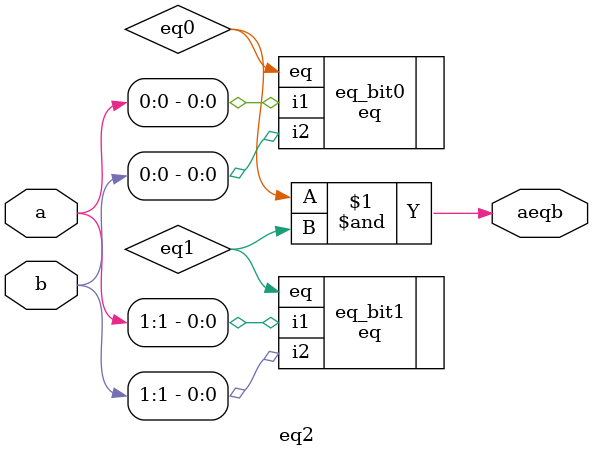
<source format=v>
`timescale 1ns / 1ps
module eq2(
    input [1:0] a,
    input [1:0] b,
    output wire aeqb
    );

	wire eq0, eq1;
	
	eq eq_bit0 ( .i1(a[0]), .i2(b[0]), .eq(eq0) );
	eq eq_bit1 ( .i1(a[1]), .i2(b[1]), .eq(eq1) );
	
	assign aeqb = eq0 & eq1;
	
endmodule

</source>
